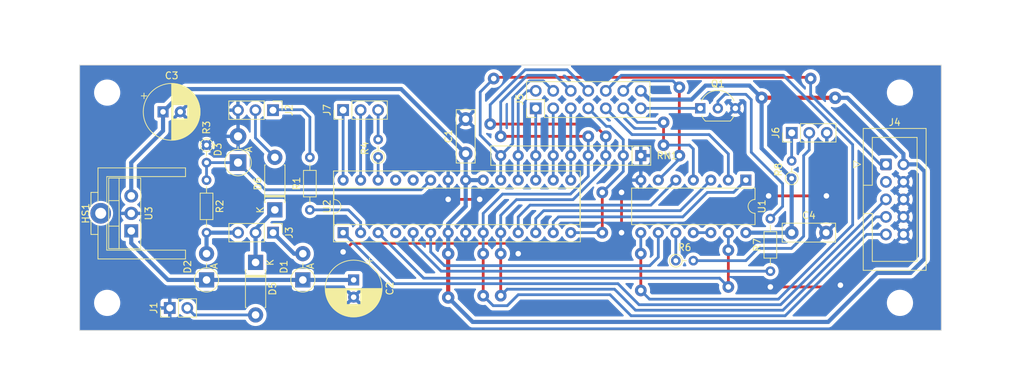
<source format=kicad_pcb>
(kicad_pcb (version 20240108) (generator "pcbnew") (generator_version "8.0")
  (layers (0 "F.Cu" signal) (31 "B.Cu" signal) (34 "B.Paste" user) (35 "F.Paste" user) (36 "B.SilkS" user "B.Silkscreen") (37 "F.SilkS" user "F.Silkscreen") (38 "B.Mask" user) (39 "F.Mask" user) (44 "Edge.Cuts" user))
  (net 0 "")
  (net 1 "RXD")
  (net 2 "MOSI")
  (net 3 "+5V")
  (net 5 "GND")
  (net 6 "Reset")
  (net 7 "SCK")
  (net 8 "MISO")
  (net 9 "LED")
  (net 10 "Net-(Q1-B)")
  (net 11 "Net-(J2-Pin_1)")
  (net 12 "Net-(R6-Pad1)")
  (net 13 "Net-(J6-Pin_2)")
  (net 14 "PWM")
  (net 15 "Net-(J6-Pin_1)")
  (net 16 "Net-(J5-Pin_7)")
  (net 17 "Net-(J5-Pin_5)")
  (net 18 "Net-(J5-Pin_3)")
  (net 19 "Net-(J5-Pin_1)")
  (net 20 "Net-(J5-Pin_2)")
  (net 21 "TXD")
  (net 22 "Net-(U2-PD4)")
  (net 23 "Net-(U2-PD5)")
  (net 24 "+12V")
  (net 25 "Net-(J5-Pin_9)")
  (net 26 "Net-(J5-Pin_10)")
  (net 27 "Net-(J5-Pin_11)")
  (net 28 "Net-(J5-Pin_12)")
  (net 29 "Net-(U1-Pad11)")
  (net 30 "Config")
  (net 31 "Net-(D5-A)")
  (net 32 "Net-(D6-A)")
  (net 34 "SCL")
  (net 35 "SDA")
  (net 36 "Net-(J7-Pin_3)")
  (net 37 "Interrupt")
  (net 38 "Net-(U2-PD6)")
  (net 39 "Net-(U2-PD7)")
  (net 43 "/PWR_IN")
  (net 44 "/PWR_ON")
  (net 45 "/PWR_CFG")
  (footprint "Connector_PinHeader_2.54mm:PinHeader_1x03_P2.54mm_Vertical" (layer "F.Cu") (at 98.044 99.314 -90)
    (property "Reference" "J3" (at 0 -2.33 90) (layer "F.SilkS"))
    (property "Value" "Switch")
    (pad "1" thru_hole rect (at 0 0 270) (size 1.7 1.7) (drill 1) (layers "*.Cu" "*.Mask") (net 44 "/PWR_ON"))
    (pad "2" thru_hole oval (at 0 2.54 270) (size 1.7 1.7) (drill 1) (layers "*.Cu" "*.Mask") (net 24 "+12V"))
    (pad "3" thru_hole oval (at 0 5.08 270) (size 1.7 1.7) (drill 1) (layers "*.Cu" "*.Mask") (net 45 "/PWR_CFG"))
  )
  (footprint "Connector_PinHeader_2.54mm:PinHeader_2x07_P2.54mm_Vertical" (layer "F.Cu") (at 136.144 81.28 90)
    (property "Reference" "J5" (at 1.27 -2.33 -90) (layer "F.SilkS"))
    (property "Value" "Pedal")
    (pad "1" thru_hole rect (at 0 0 90) (size 1.7 1.7) (drill 1) (layers "*.Cu" "*.Mask") (net 19 "Net-(J5-Pin_1)"))
    (pad "2" thru_hole oval (at 2.54 0 90) (size 1.7 1.7) (drill 1) (layers "*.Cu" "*.Mask") (net 20 "Net-(J5-Pin_2)"))
    (pad "3" thru_hole oval (at 0 2.54 90) (size 1.7 1.7) (drill 1) (layers "*.Cu" "*.Mask") (net 18 "Net-(J5-Pin_3)"))
    (pad "4" thru_hole oval (at 2.54 2.54 90) (size 1.7 1.7) (drill 1) (layers "*.Cu" "*.Mask") (net 2 "MOSI"))
    (pad "5" thru_hole oval (at 0 5.08 90) (size 1.7 1.7) (drill 1) (layers "*.Cu" "*.Mask") (net 17 "Net-(J5-Pin_5)"))
    (pad "6" thru_hole oval (at 2.54 5.08 90) (size 1.7 1.7) (drill 1) (layers "*.Cu" "*.Mask") (net 8 "MISO"))
    (pad "7" thru_hole oval (at 0 7.62 90) (size 1.7 1.7) (drill 1) (layers "*.Cu" "*.Mask") (net 16 "Net-(J5-Pin_7)"))
    (pad "8" thru_hole oval (at 2.54 7.62 90) (size 1.7 1.7) (drill 1) (layers "*.Cu" "*.Mask") (net 7 "SCK"))
    (pad "9" thru_hole oval (at 0 10.16 90) (size 1.7 1.7) (drill 1) (layers "*.Cu" "*.Mask") (net 25 "Net-(J5-Pin_9)"))
    (pad "10" thru_hole oval (at 2.54 10.16 90) (size 1.7 1.7) (drill 1) (layers "*.Cu" "*.Mask") (net 26 "Net-(J5-Pin_10)"))
    (pad "11" thru_hole oval (at 0 12.7 90) (size 1.7 1.7) (drill 1) (layers "*.Cu" "*.Mask") (net 27 "Net-(J5-Pin_11)"))
    (pad "12" thru_hole oval (at 2.54 12.7 90) (size 1.7 1.7) (drill 1) (layers "*.Cu" "*.Mask") (net 28 "Net-(J5-Pin_12)"))
    (pad "13" thru_hole oval (at 0 15.24 90) (size 1.7 1.7) (drill 1) (layers "*.Cu" "*.Mask") (net 9 "LED"))
    (pad "14" thru_hole oval (at 2.54 15.24 90) (size 1.7 1.7) (drill 1) (layers "*.Cu" "*.Mask") (net 3 "+5V"))
  )
  (footprint "Resistor_THT:R_Axial_DIN0204_L3.6mm_D1.6mm_P7.62mm_Horizontal" (layer "F.Cu") (at 103.378 96.012 90)
    (property "Reference" "R1" (at 3.81 -1.92 -90) (layer "F.SilkS"))
    (property "Value" "220")
    (pad "1" thru_hole circle (at 0 0 90) (size 1.4 1.4) (drill 0.7) (layers "*.Cu" "*.Mask") (net 1 "RXD"))
    (pad "2" thru_hole oval (at 7.62 0 90) (size 1.4 1.4) (drill 0.7) (layers "*.Cu" "*.Mask") (net 11 "Net-(J2-Pin_1)"))
  )
  (footprint "Custom_Heatsinks:Heatsink_Aavid_TO-220_H12.7mm" (layer "F.Cu") (at 73.914 96.52 90)
    (property "Reference" "HS1" (at 0 -3.048 -90) (layer "F.SilkS"))
    (property "Value" "Heatsink_Pad")
    (pad "1" thru_hole circle (at 0.0127 -0.8763 90) (size 3 3) (drill 1.6) (layers "*.Cu" "*.Mask") (clearance 0.3))
  )
  (footprint "Package_DIP:DIP-28_W7.62mm_Socket" (layer "F.Cu") (at 108.204 99.314 90)
    (property "Reference" "U2" (at 3.81 -2.33 90) (layer "F.SilkS"))
    (property "Value" "ATmega48-20P")
    (pad "1" thru_hole rect (at 0 0 90) (size 1.6 1.6) (drill 0.8) (layers "*.Cu" "*.Mask") (net 6 "Reset"))
    (pad "2" thru_hole oval (at 0 2.54 90) (size 1.6 1.6) (drill 0.8) (layers "*.Cu" "*.Mask") (net 1 "RXD"))
    (pad "3" thru_hole oval (at 0 5.08 90) (size 1.6 1.6) (drill 0.8) (layers "*.Cu" "*.Mask") (net 21 "TXD"))
    (pad "4" thru_hole oval (at 0 7.62 90) (size 1.6 1.6) (drill 0.8) (layers "*.Cu" "*.Mask"))
    (pad "5" thru_hole oval (at 0 10.16 90) (size 1.6 1.6) (drill 0.8) (layers "*.Cu" "*.Mask") (net 14 "PWM"))
    (pad "6" thru_hole oval (at 0 12.7 90) (size 1.6 1.6) (drill 0.8) (layers "*.Cu" "*.Mask") (net 22 "Net-(U2-PD4)"))
    (pad "7" thru_hole oval (at 0 15.24 90) (size 1.6 1.6) (drill 0.8) (layers "*.Cu" "*.Mask") (net 3 "+5V"))
    (pad "8" thru_hole oval (at 0 17.78 90) (size 1.6 1.6) (drill 0.8) (layers "*.Cu" "*.Mask") (net 5 "GND"))
    (pad "9" thru_hole oval (at 0 20.32 90) (size 1.6 1.6) (drill 0.8) (layers "*.Cu" "*.Mask") (net 8 "MISO"))
    (pad "10" thru_hole oval (at 0 22.86 90) (size 1.6 1.6) (drill 0.8) (layers "*.Cu" "*.Mask") (net 7 "SCK"))
    (pad "11" thru_hole oval (at 0 25.4 90) (size 1.6 1.6) (drill 0.8) (layers "*.Cu" "*.Mask") (net 23 "Net-(U2-PD5)"))
    (pad "12" thru_hole oval (at 0 27.94 90) (size 1.6 1.6) (drill 0.8) (layers "*.Cu" "*.Mask") (net 38 "Net-(U2-PD6)"))
    (pad "13" thru_hole oval (at 0 30.48 90) (size 1.6 1.6) (drill 0.8) (layers "*.Cu" "*.Mask") (net 39 "Net-(U2-PD7)"))
    (pad "14" thru_hole oval (at 0 33.02 90) (size 1.6 1.6) (drill 0.8) (layers "*.Cu" "*.Mask") (net 16 "Net-(J5-Pin_7)"))
    (pad "15" thru_hole oval (at 7.62 33.02 90) (size 1.6 1.6) (drill 0.8) (layers "*.Cu" "*.Mask") (net 17 "Net-(J5-Pin_5)"))
    (pad "16" thru_hole oval (at 7.62 30.48 90) (size 1.6 1.6) (drill 0.8) (layers "*.Cu" "*.Mask") (net 18 "Net-(J5-Pin_3)"))
    (pad "17" thru_hole oval (at 7.62 27.94 90) (size 1.6 1.6) (drill 0.8) (layers "*.Cu" "*.Mask") (net 19 "Net-(J5-Pin_1)"))
    (pad "18" thru_hole oval (at 7.62 25.4 90) (size 1.6 1.6) (drill 0.8) (layers "*.Cu" "*.Mask") (net 20 "Net-(J5-Pin_2)"))
    (pad "19" thru_hole oval (at 7.62 22.86 90) (size 1.6 1.6) (drill 0.8) (layers "*.Cu" "*.Mask") (net 2 "MOSI"))
    (pad "20" thru_hole oval (at 7.62 20.32 90) (size 1.6 1.6) (drill 0.8) (layers "*.Cu" "*.Mask") (net 3 "+5V"))
    (pad "21" thru_hole oval (at 7.62 17.78 90) (size 1.6 1.6) (drill 0.8) (layers "*.Cu" "*.Mask") (net 3 "+5V"))
    (pad "22" thru_hole oval (at 7.62 15.24 90) (size 1.6 1.6) (drill 0.8) (layers "*.Cu" "*.Mask") (net 5 "GND"))
    (pad "23" thru_hole oval (at 7.62 12.7 90) (size 1.6 1.6) (drill 0.8) (layers "*.Cu" "*.Mask") (net 30 "Config"))
    (pad "24" thru_hole oval (at 7.62 10.16 90) (size 1.6 1.6) (drill 0.8) (layers "*.Cu" "*.Mask"))
    (pad "25" thru_hole oval (at 7.62 7.62 90) (size 1.6 1.6) (drill 0.8) (layers "*.Cu" "*.Mask"))
    (pad "26" thru_hole oval (at 7.62 5.08 90) (size 1.6 1.6) (drill 0.8) (layers "*.Cu" "*.Mask") (net 37 "Interrupt"))
    (pad "27" thru_hole oval (at 7.62 2.54 90) (size 1.6 1.6) (drill 0.8) (layers "*.Cu" "*.Mask") (net 35 "SDA"))
    (pad "28" thru_hole oval (at 7.62 0 90) (size 1.6 1.6) (drill 0.8) (layers "*.Cu" "*.Mask") (net 34 "SCL"))
  )
  (footprint "Resistor_THT:R_Axial_DIN0204_L3.6mm_D1.6mm_P2.54mm_Vertical" (layer "F.Cu") (at 173.268 91.44 90)
    (property "Reference" "R8" (at 1.27 -1.92 -90) (layer "F.SilkS"))
    (property "Value" "220")
    (pad "1" thru_hole circle (at 0 0 90) (size 1.4 1.4) (drill 0.7) (layers "*.Cu" "*.Mask") (net 3 "+5V"))
    (pad "2" thru_hole oval (at 2.54 0 90) (size 1.4 1.4) (drill 0.7) (layers "*.Cu" "*.Mask") (net 15 "Net-(J6-Pin_1)"))
  )
  (footprint "Diode_THT:D_DO-41_SOD81_P7.62mm_Horizontal" (layer "F.Cu") (at 98.298 96.012 90)
    (property "Reference" "D6" (at 3.81 -2.47 90) (layer "F.SilkS"))
    (property "Value" "1N4002")
    (fp_text user "K" (at 0 -2.1 90) (layer "F.SilkS"))
    (pad "1" thru_hole rect (at 0 0 90) (size 2.2 2.2) (drill 1.1) (layers "*.Cu" "*.Mask") (net 24 "+12V"))
    (pad "2" thru_hole oval (at 7.62 0 90) (size 2.2 2.2) (drill 1.1) (layers "*.Cu" "*.Mask") (net 32 "Net-(D6-A)"))
  )
  (footprint "Connector_PinHeader_2.54mm:PinHeader_1x03_P2.54mm_Vertical" (layer "F.Cu") (at 98.029 81.549 -90)
    (property "Reference" "J2" (at 0 -2.33 90) (layer "F.SilkS"))
    (property "Value" "Control")
    (pad "1" thru_hole rect (at 0 0 270) (size 1.7 1.7) (drill 1) (layers "*.Cu" "*.Mask") (net 11 "Net-(J2-Pin_1)"))
    (pad "2" thru_hole oval (at 0 2.54 270) (size 1.7 1.7) (drill 1) (layers "*.Cu" "*.Mask") (net 32 "Net-(D6-A)"))
    (pad "3" thru_hole oval (at 0 5.08 270) (size 1.7 1.7) (drill 1) (layers "*.Cu" "*.Mask") (net 5 "GND"))
  )
  (footprint "Package_TO_SOT_THT:TO-220-3_Vertical" (layer "F.Cu") (at 77.47 99.06 90)
    (property "Reference" "U3" (at 2.54 2.54 -90) (layer "F.SilkS"))
    (property "Value" "L7805")
    (pad "1" thru_hole rect (at 0 0 90) (size 1.905 2) (drill 1.1) (layers "*.Cu" "*.Mask") (net 43 "/PWR_IN"))
    (pad "2" thru_hole oval (at 2.54 0 90) (size 1.905 2) (drill 1.1) (layers "*.Cu" "*.Mask") (net 5 "GND"))
    (pad "3" thru_hole oval (at 5.08 0 90) (size 1.905 2) (drill 1.1) (layers "*.Cu" "*.Mask") (net 3 "+5V"))
  )
  (footprint "Diode_THT:D_DO-41_SOD81_P7.62mm_Horizontal" (layer "F.Cu") (at 95.504 103.632 -90)
    (property "Reference" "D5" (at 3.81 -2.47 -90) (layer "F.SilkS"))
    (property "Value" "1N4002")
    (fp_text user "K" (at 0 -2.1 -90) (layer "F.SilkS"))
    (pad "1" thru_hole rect (at 0 0 270) (size 2.2 2.2) (drill 1.1) (layers "*.Cu" "*.Mask") (net 24 "+12V"))
    (pad "2" thru_hole oval (at 7.62 0 270) (size 2.2 2.2) (drill 1.1) (layers "*.Cu" "*.Mask") (net 31 "Net-(D5-A)"))
  )
  (footprint "Package_TO_SOT_THT:TO-92_Inline_Wide" (layer "F.Cu") (at 160.02 81.28)
    (property "Reference" "Q1" (at 2.54 -3.56 0) (layer "F.SilkS"))
    (property "Value" "BC547")
    (pad "1" thru_hole rect (at 0 0) (size 1.5 1.5) (drill 0.8) (layers "*.Cu" "*.Mask") (net 9 "LED"))
    (pad "2" thru_hole circle (at 2.54 0) (size 1.5 1.5) (drill 0.8) (layers "*.Cu" "*.Mask") (net 10 "Net-(Q1-B)"))
    (pad "3" thru_hole circle (at 5.08 0) (size 1.5 1.5) (drill 0.8) (layers "*.Cu" "*.Mask") (net 5 "GND"))
  )
  (footprint "Capacitor_THT:CP_Radial_D8.0mm_P2.50mm" (layer "F.Cu") (at 82.082 81.788)
    (property "Reference" "C3" (at 1.25 -5.25 0) (layer "F.SilkS"))
    (property "Value" "10uF")
    (pad "1" thru_hole rect (at 0 0) (size 1.6 1.6) (drill 0.8) (layers "*.Cu" "*.Mask") (net 3 "+5V"))
    (pad "2" thru_hole circle (at 2.5 0) (size 1.6 1.6) (drill 0.8) (layers "*.Cu" "*.Mask") (net 5 "GND"))
  )
  (footprint "Connector_PinHeader_2.54mm:PinHeader_1x02_P2.54mm_Vertical" (layer "F.Cu") (at 83.058 110.236 90)
    (property "Reference" "J1" (at 0 -2.33 90) (layer "F.SilkS"))
    (property "Value" "Pwr")
    (pad "1" thru_hole rect (at 0 0 90) (size 1.7 1.7) (drill 1) (layers "*.Cu" "*.Mask") (net 5 "GND"))
    (pad "2" thru_hole oval (at 0 2.54 90) (size 1.7 1.7) (drill 1) (layers "*.Cu" "*.Mask") (net 31 "Net-(D5-A)"))
  )
  (footprint "MountingHole:MountingHole_3mm" (layer "F.Cu") (at 73.977 79)
    (property "Reference" "H1" (hide yes))
    (property "Value" "MountingHole")
    (pad "" np_thru_hole circle (at 0 0) (size 3 3) (drill 3) (layers "*.Cu" "*.Mask"))
  )
  (footprint "Capacitor_THT:CP_Radial_D8.0mm_P2.50mm" (layer "F.Cu") (at 109.728 106.172 -90)
    (property "Reference" "C2" (at 1.25 -5.25 -90) (layer "F.SilkS"))
    (property "Value" "33uF")
    (pad "1" thru_hole rect (at 0 0 270) (size 1.6 1.6) (drill 0.8) (layers "*.Cu" "*.Mask") (net 43 "/PWR_IN"))
    (pad "2" thru_hole circle (at 2.5 0 270) (size 1.6 1.6) (drill 0.8) (layers "*.Cu" "*.Mask") (net 5 "GND"))
  )
  (footprint "Diode_THT:D_DO-15_P3.81mm_Vertical_AnodeUp" (layer "F.Cu") (at 92.964 89.154 90)
    (property "Reference" "D3" (at 1.905 -2.92 90) (layer "F.SilkS"))
    (property "Value" "4V7")
    (fp_text user "A" (at 1.91 1.524 90) (layer "F.SilkS"))
    (pad "1" thru_hole rect (at 0 0 90) (size 2.4 2.4) (drill 1.2) (layers "*.Cu" "*.Mask") (net 30 "Config"))
    (pad "2" thru_hole oval (at 3.81 0 90) (size 2.4 2.4) (drill 1.2) (layers "*.Cu" "*.Mask") (net 5 "GND"))
  )
  (footprint "Resistor_THT:R_Axial_DIN0204_L3.6mm_D1.6mm_P7.62mm_Horizontal" (layer "F.Cu") (at 170.18 104.902 90)
    (property "Reference" "R7" (at 3.81 -1.92 -90) (layer "F.SilkS"))
    (property "Value" "220")
    (pad "1" thru_hole circle (at 0 0 90) (size 1.4 1.4) (drill 0.7) (layers "*.Cu" "*.Mask") (net 14 "PWM"))
    (pad "2" thru_hole oval (at 7.62 0 90) (size 1.4 1.4) (drill 0.7) (layers "*.Cu" "*.Mask") (net 10 "Net-(Q1-B)"))
  )
  (footprint "Package_DIP:DIP-14_W7.62mm" (layer "F.Cu") (at 166.624 91.694 -90)
    (property "Reference" "U1" (at 3.81 -2.33 90) (layer "F.SilkS"))
    (property "Value" "4069")
    (pad "1" thru_hole rect (at 0 0 270) (size 1.6 1.6) (drill 0.8) (layers "*.Cu" "*.Mask") (net 39 "Net-(U2-PD7)"))
    (pad "2" thru_hole oval (at 0 2.54 270) (size 1.6 1.6) (drill 0.8) (layers "*.Cu" "*.Mask") (net 25 "Net-(J5-Pin_9)"))
    (pad "3" thru_hole oval (at 0 5.08 270) (size 1.6 1.6) (drill 0.8) (layers "*.Cu" "*.Mask") (net 38 "Net-(U2-PD6)"))
    (pad "4" thru_hole oval (at 0 7.62 270) (size 1.6 1.6) (drill 0.8) (layers "*.Cu" "*.Mask") (net 27 "Net-(J5-Pin_11)"))
    (pad "5" thru_hole oval (at 0 10.16 270) (size 1.6 1.6) (drill 0.8) (layers "*.Cu" "*.Mask") (net 23 "Net-(U2-PD5)"))
    (pad "6" thru_hole oval (at 0 12.7 270) (size 1.6 1.6) (drill 0.8) (layers "*.Cu" "*.Mask") (net 28 "Net-(J5-Pin_12)"))
    (pad "7" thru_hole oval (at 0 15.24 270) (size 1.6 1.6) (drill 0.8) (layers "*.Cu" "*.Mask") (net 5 "GND"))
    (pad "8" thru_hole oval (at 7.62 15.24 270) (size 1.6 1.6) (drill 0.8) (layers "*.Cu" "*.Mask") (net 26 "Net-(J5-Pin_10)"))
    (pad "9" thru_hole oval (at 7.62 12.7 270) (size 1.6 1.6) (drill 0.8) (layers "*.Cu" "*.Mask") (net 22 "Net-(U2-PD4)"))
    (pad "10" thru_hole oval (at 7.62 10.16 270) (size 1.6 1.6) (drill 0.8) (layers "*.Cu" "*.Mask") (net 12 "Net-(R6-Pad1)"))
    (pad "11" thru_hole oval (at 7.62 7.62 270) (size 1.6 1.6) (drill 0.8) (layers "*.Cu" "*.Mask") (net 29 "Net-(U1-Pad11)"))
    (pad "12" thru_hole oval (at 7.62 5.08 270) (size 1.6 1.6) (drill 0.8) (layers "*.Cu" "*.Mask") (net 29 "Net-(U1-Pad11)"))
    (pad "13" thru_hole oval (at 7.62 2.54 270) (size 1.6 1.6) (drill 0.8) (layers "*.Cu" "*.Mask") (net 21 "TXD"))
    (pad "14" thru_hole oval (at 7.62 0 270) (size 1.6 1.6) (drill 0.8) (layers "*.Cu" "*.Mask") (net 3 "+5V"))
  )
  (footprint "Resistor_THT:R_Axial_DIN0204_L3.6mm_D1.6mm_P2.54mm_Vertical" (layer "F.Cu") (at 156.464 103.378)
    (property "Reference" "R6" (at 1.27 -1.92 0) (layer "F.SilkS"))
    (property "Value" "220")
    (pad "1" thru_hole circle (at 0 0) (size 1.4 1.4) (drill 0.7) (layers "*.Cu" "*.Mask") (net 12 "Net-(R6-Pad1)"))
    (pad "2" thru_hole oval (at 2.54 0) (size 1.4 1.4) (drill 0.7) (layers "*.Cu" "*.Mask") (net 13 "Net-(J6-Pin_2)"))
  )
  (footprint "MountingHole:MountingHole_3mm" (layer "F.Cu") (at 73.977 109.5)
    (property "Reference" "H2" (hide yes))
    (property "Value" "MountingHole")
    (pad "" np_thru_hole circle (at 0 0) (size 3 3) (drill 3) (layers "*.Cu" "*.Mask"))
  )
  (footprint "MountingHole:MountingHole_3mm" (layer "F.Cu") (at 188.977 109.5)
    (property "Reference" "H4" (hide yes))
    (property "Value" "MountingHole")
    (pad "" np_thru_hole circle (at 0 0) (size 3 3) (drill 3) (layers "*.Cu" "*.Mask"))
  )
  (footprint "Resistor_THT:R_Axial_DIN0204_L3.6mm_D1.6mm_P2.54mm_Vertical" (layer "F.Cu") (at 113.284 88.342 90)
    (property "Reference" "R4" (at 1.27 -1.92 -90) (layer "F.SilkS"))
    (property "Value" "220")
    (pad "1" thru_hole circle (at 0 0 90) (size 1.4 1.4) (drill 0.7) (layers "*.Cu" "*.Mask") (net 37 "Interrupt"))
    (pad "2" thru_hole oval (at 2.54 0 90) (size 1.4 1.4) (drill 0.7) (layers "*.Cu" "*.Mask") (net 36 "Net-(J7-Pin_3)"))
  )
  (footprint "MountingHole:MountingHole_3mm" (layer "F.Cu") (at 188.977 79)
    (property "Reference" "H3" (hide yes))
    (property "Value" "MountingHole")
    (pad "" np_thru_hole circle (at 0 0) (size 3 3) (drill 3) (layers "*.Cu" "*.Mask"))
  )
  (footprint "Connector_PinHeader_2.54mm:PinHeader_1x03_P2.54mm_Vertical" (layer "F.Cu") (at 108.204 81.534 90)
    (property "Reference" "J7" (at 0 -2.33 -90) (layer "F.SilkS"))
    (property "Value" "I2C")
    (pad "1" thru_hole rect (at 0 0 90) (size 1.7 1.7) (drill 1) (layers "*.Cu" "*.Mask") (net 34 "SCL"))
    (pad "2" thru_hole oval (at 0 2.54 90) (size 1.7 1.7) (drill 1) (layers "*.Cu" "*.Mask") (net 35 "SDA"))
    (pad "3" thru_hole oval (at 0 5.08 90) (size 1.7 1.7) (drill 1) (layers "*.Cu" "*.Mask") (net 36 "Net-(J7-Pin_3)"))
  )
  (footprint "Capacitor_THT:C_Disc_D7.5mm_W2.5mm_P5.00mm" (layer "F.Cu") (at 125.984 87.844 90)
    (property "Reference" "C1" (at 2.5 -2.5 -90) (layer "F.SilkS"))
    (property "Value" "100nF")
    (pad "1" thru_hole circle (at 0 0 90) (size 2 2) (drill 1) (layers "*.Cu" "*.Mask") (net 3 "+5V"))
    (pad "2" thru_hole circle (at 5 0 90) (size 2 2) (drill 1) (layers "*.Cu" "*.Mask") (net 5 "GND"))
  )
  (footprint "Capacitor_THT:C_Disc_D7.5mm_W2.5mm_P5.00mm" (layer "F.Cu") (at 173.268 99.314)
    (property "Reference" "C4" (at 2.5 -2.5 0) (layer "F.SilkS"))
    (property "Value" "100nF")
    (pad "1" thru_hole circle (at 0 0) (size 2 2) (drill 1) (layers "*.Cu" "*.Mask") (net 3 "+5V"))
    (pad "2" thru_hole circle (at 5 0) (size 2 2) (drill 1) (layers "*.Cu" "*.Mask") (net 5 "GND"))
  )
  (footprint "Resistor_THT:R_Axial_DIN0204_L3.6mm_D1.6mm_P2.54mm_Vertical" (layer "F.Cu") (at 88.392 86.614 -90)
    (property "Reference" "R3" (at -2.54 0 90) (layer "F.SilkS"))
    (property "Value" "2k2")
    (pad "1" thru_hole circle (at 0 0 270) (size 1.4 1.4) (drill 0.7) (layers "*.Cu" "*.Mask") (net 5 "GND"))
    (pad "2" thru_hole oval (at 2.54 0 270) (size 1.4 1.4) (drill 0.7) (layers "*.Cu" "*.Mask") (net 30 "Config"))
  )
  (footprint "Resistor_THT:R_Axial_DIN0204_L3.6mm_D1.6mm_P7.62mm_Horizontal" (layer "F.Cu") (at 88.392 91.694 -90)
    (property "Reference" "R2" (at 3.81 -1.92 -90) (layer "F.SilkS"))
    (property "Value" "1k")
    (pad "1" thru_hole circle (at 0 0 270) (size 1.4 1.4) (drill 0.7) (layers "*.Cu" "*.Mask") (net 30 "Config"))
    (pad "2" thru_hole oval (at 7.62 0 270) (size 1.4 1.4) (drill 0.7) (layers "*.Cu" "*.Mask") (net 45 "/PWR_CFG"))
  )
  (footprint "Resistor_THT:R_Array_SIP9" (layer "F.Cu") (at 151.384 88.138 180)
    (property "Reference" "RN1" (at -3.81 0 180) (layer "F.SilkS"))
    (property "Value" "4k7")
    (pad "1" thru_hole rect (at 0 0 180) (size 1.6 1.6) (drill 0.8) (layers "*.Cu" "*.Mask") (net 5 "GND"))
    (pad "2" thru_hole oval (at 2.54 0 180) (size 1.6 1.6) (drill 0.8) (layers "*.Cu" "*.Mask") (net 16 "Net-(J5-Pin_7)"))
    (pad "3" thru_hole oval (at 5.08 0 180) (size 1.6 1.6) (drill 0.8) (layers "*.Cu" "*.Mask") (net 7 "SCK"))
    (pad "4" thru_hole oval (at 7.62 0 180) (size 1.6 1.6) (drill 0.8) (layers "*.Cu" "*.Mask") (net 8 "MISO"))
    (pad "5" thru_hole oval (at 10.16 0 180) (size 1.6 1.6) (drill 0.8) (layers "*.Cu" "*.Mask") (net 17 "Net-(J5-Pin_5)"))
    (pad "6" thru_hole oval (at 12.7 0 180) (size 1.6 1.6) (drill 0.8) (layers "*.Cu" "*.Mask") (net 18 "Net-(J5-Pin_3)"))
    (pad "7" thru_hole oval (at 15.24 0 180) (size 1.6 1.6) (drill 0.8) (layers "*.Cu" "*.Mask") (net 19 "Net-(J5-Pin_1)"))
    (pad "8" thru_hole oval (at 17.78 0 180) (size 1.6 1.6) (drill 0.8) (layers "*.Cu" "*.Mask") (net 20 "Net-(J5-Pin_2)"))
    (pad "9" thru_hole oval (at 20.32 0 180) (size 1.6 1.6) (drill 0.8) (layers "*.Cu" "*.Mask") (net 2 "MOSI"))
  )
  (footprint "Diode_THT:D_DO-41_SOD81_P3.81mm_Vertical_AnodeUp" (layer "F.Cu") (at 88.392 106.172 90)
    (property "Reference" "D2" (at 1.905 -2.750635 90) (layer "F.SilkS"))
    (property "Value" "1N4002")
    (fp_text user "A" (at 2.01 1.1 90) (layer "F.SilkS"))
    (pad "1" thru_hole rect (at 0 0 90) (size 2.2 2.2) (drill 1.1) (layers "*.Cu" "*.Mask") (net 43 "/PWR_IN"))
    (pad "2" thru_hole oval (at 3.81 0 90) (size 2.2 2.2) (drill 1.1) (layers "*.Cu" "*.Mask") (net 45 "/PWR_CFG"))
  )
  (footprint "Diode_THT:D_DO-41_SOD81_P3.81mm_Vertical_AnodeUp" (layer "F.Cu") (at 102.362 106.172 90)
    (property "Reference" "D1" (at 1.905 -2.750635 90) (layer "F.SilkS"))
    (property "Value" "1N4002")
    (fp_text user "A" (at 2.01 1.1 90) (layer "F.SilkS"))
    (pad "1" thru_hole rect (at 0 0 90) (size 2.2 2.2) (drill 1.1) (layers "*.Cu" "*.Mask") (net 43 "/PWR_IN"))
    (pad "2" thru_hole oval (at 3.81 0 90) (size 2.2 2.2) (drill 1.1) (layers "*.Cu" "*.Mask") (net 44 "/PWR_ON"))
  )
  (footprint "Connector_IDC:IDC-Header_2x05_P2.54mm_Vertical" (layer "F.Cu") (at 186.944 89.408)
    (property "Reference" "J4" (at 1.27 -6.1 0) (layer "F.SilkS"))
    (property "Value" "ISP")
    (pad "1" thru_hole roundrect (at 0 0) (size 1.7 1.7) (drill 1) (layers "*.Cu" "*.Mask") (roundrect_rratio 0.147059) (net 2 "MOSI"))
    (pad "2" thru_hole circle (at 2.54 0) (size 1.7 1.7) (drill 1) (layers "*.Cu" "*.Mask") (net 3 "+5V"))
    (pad "3" thru_hole circle (at 0 2.54) (size 1.7 1.7) (drill 1) (layers "*.Cu" "*.Mask"))
    (pad "4" thru_hole circle (at 2.54 2.54) (size 1.7 1.7) (drill 1) (layers "*.Cu" "*.Mask") (net 5 "GND"))
    (pad "5" thru_hole circle (at 0 5.08) (size 1.7 1.7) (drill 1) (layers "*.Cu" "*.Mask") (net 6 "Reset"))
    (pad "6" thru_hole circle (at 2.54 5.08) (size 1.7 1.7) (drill 1) (layers "*.Cu" "*.Mask") (net 5 "GND"))
    (pad "7" thru_hole circle (at 0 7.62) (size 1.7 1.7) (drill 1) (layers "*.Cu" "*.Mask") (net 7 "SCK"))
    (pad "8" thru_hole circle (at 2.54 7.62) (size 1.7 1.7) (drill 1) (layers "*.Cu" "*.Mask") (net 5 "GND"))
    (pad "9" thru_hole circle (at 0 10.16) (size 1.7 1.7) (drill 1) (layers "*.Cu" "*.Mask") (net 8 "MISO"))
    (pad "10" thru_hole circle (at 2.54 10.16) (size 1.7 1.7) (drill 1) (layers "*.Cu" "*.Mask") (net 5 "GND"))
  )
  (footprint "Connector_PinHeader_2.54mm:PinHeader_1x03_P2.54mm_Vertical" (layer "F.Cu") (at 173.283 84.836 90)
    (property "Reference" "J6" (at 0 -2.33 -90) (layer "F.SilkS"))
    (property "Value" "MIDI Out")
    (pad "1" thru_hole rect (at 0 0 90) (size 1.7 1.7) (drill 1) (layers "*.Cu" "*.Mask") (net 15 "Net-(J6-Pin_1)"))
    (pad "2" thru_hole oval (at 0 2.54 90) (size 1.7 1.7) (drill 1) (layers "*.Cu" "*.Mask") (net 13 "Net-(J6-Pin_2)"))
    (pad "3" thru_hole oval (at 0 5.08 90) (size 1.7 1.7) (drill 1) (layers "*.Cu" "*.Mask") (net 5 "GND"))
  )
  (gr_rect (start 69.977 75) (end 194.977 113.5) (stroke (width 0.1)) (fill none) (layer "Edge.Cuts"))
  (segment (start 110.744 97.79) (end 110.744 99.314) (width 0.4) (layer "B.Cu") (net 1))
  (segment (start 103.378 96.012) (end 108.966 96.012) (width 0.4) (layer "B.Cu") (net 1))
  (segment (start 108.966 96.012) (end 110.744 97.79) (width 0.4) (layer "B.Cu") (net 1))
  (segment (start 130.048 76.962) (end 130.228 76.782) (width 0.4) (layer "F.Cu") (net 2))
  (segment (start 130.228 76.782) (end 175.842 76.782) (width 0.4) (layer "F.Cu") (net 2))
  (segment (start 175.842 76.782) (end 176.022 76.962) (width 0.4) (layer "F.Cu") (net 2))
  (via (at 176.022 76.962) (size 1.7) (drill 0.8) (layers "F.Cu" "B.Cu") (net 2))
  (via (at 130.048 76.962) (size 1.7) (drill 0.8) (layers "F.Cu" "B.Cu") (net 2))
  (segment (start 128.09 78.92) (end 130.048 76.962) (width 0.4) (layer "B.Cu") (net 2))
  (segment (start 131.064 88.138) (end 132.804 86.398) (width 0.4) (layer "B.Cu") (net 2))
  (segment (start 132.804 86.398) (end 132.804 79.746549) (width 0.4) (layer "B.Cu") (net 2))
  (segment (start 176.022 79.31302) (end 186.11698 89.408) (width 0.4) (layer "B.Cu") (net 2))
  (segment (start 137.234 77.29) (end 138.684 78.74) (width 0.4) (layer "B.Cu") (net 2))
  (segment (start 186.11698 89.408) (end 186.944 89.408) (width 0.4) (layer "B.Cu") (net 2))
  (segment (start 135.260549 77.29) (end 137.234 77.29) (width 0.4) (layer "B.Cu") (net 2))
  (segment (start 131.064 91.694) (end 131.064 88.138) (width 0.4) (layer "B.Cu") (net 2))
  (segment (start 132.804 79.746549) (end 135.260549 77.29) (width 0.4) (layer "B.Cu") (net 2))
  (segment (start 128.09 85.164) (end 128.09 78.92) (width 0.4) (layer "B.Cu") (net 2))
  (segment (start 131.064 88.138) (end 128.09 85.164) (width 0.4) (layer "B.Cu") (net 2))
  (segment (start 176.022 76.962) (end 176.022 79.31302) (width 0.4) (layer "B.Cu") (net 2))
  (segment (start 123.444 102.362) (end 123.444 108.712) (width 0.6) (layer "F.Cu") (net 3))
  (segment (start 179.578 79.756) (end 168.922151 79.743849) (width 0.6) (layer "F.Cu") (net 3))
  (segment (start 168.922151 79.743849) (end 168.91 79.756) (width 0.6) (layer "F.Cu") (net 3))
  (via (at 123.444 108.712) (size 1.8) (drill 0.8) (layers "F.Cu" "B.Cu") (net 3))
  (via (at 168.91 79.756) (size 1.8) (drill 0.8) (layers "F.Cu" "B.Cu") (net 3))
  (via (at 123.444 102.362) (size 1.8) (drill 0.8) (layers "F.Cu" "B.Cu") (net 3))
  (via (at 179.578 79.756) (size 1.8) (drill 0.8) (layers "F.Cu" "B.Cu") (net 3))
  (segment (start 185.674 105.156) (end 178.564 112.266) (width 0.6) (layer "B.Cu") (net 3))
  (segment (start 166.624 99.314) (end 173.268 99.314) (width 0.6) (layer "B.Cu") (net 3))
  (segment (start 82.082 81.788) (end 85.384 78.486) (width 0.6) (layer "B.Cu") (net 3))
  (segment (start 123.444 108.712) (end 126.998 112.266) (width 0.6) (layer "B.Cu") (net 3))
  (segment (start 192.532 90.424) (end 192.532 103.124) (width 0.6) (layer "B.Cu") (net 3))
  (segment (start 168.91 79.756) (end 167.132 77.978) (width 0.6) (layer "B.Cu") (net 3))
  (segment (start 191.516 89.408) (end 192.532 90.424) (width 0.6) (layer "B.Cu") (net 3))
  (segment (start 181.356 79.756) (end 189.484 87.884) (width 0.6) (layer "B.Cu") (net 3))
  (segment (start 178.564 112.266) (end 178.308 112.266) (width 0.6) (layer "B.Cu") (net 3))
  (segment (start 82.082 84.542) (end 82.082 81.788) (width 0.6) (layer "B.Cu") (net 3))
  (segment (start 173.268 91.44) (end 168.91 87.082) (width 0.6) (layer "B.Cu") (net 3))
  (segment (start 158.75 80.01) (end 152.654 80.01) (width 0.6) (layer "B.Cu") (net 3))
  (segment (start 167.132 77.978) (end 160.782 77.978) (width 0.6) (layer "B.Cu") (net 3))
  (segment (start 192.532 103.124) (end 190.5 105.156) (width 0.6) (layer "B.Cu") (net 3))
  (segment (start 116.626 78.486) (end 125.984 87.844) (width 0.6) (layer "B.Cu") (net 3))
  (segment (start 125.984 95.504) (end 123.444 98.044) (width 0.6) (layer "B.Cu") (net 3))
  (segment (start 123.444 98.044) (end 123.444 99.314) (width 0.6) (layer "B.Cu") (net 3))
  (segment (start 125.984 91.694) (end 125.984 95.504) (width 0.6) (layer "B.Cu") (net 3))
  (segment (start 173.268 99.314) (end 173.268 91.44) (width 0.6) (layer "B.Cu") (net 3))
  (segment (start 160.782 77.978) (end 158.75 80.01) (width 0.6) (layer "B.Cu") (net 3))
  (segment (start 152.654 80.01) (end 151.384 78.74) (width 0.6) (layer "B.Cu") (net 3))
  (segment (start 190.5 105.156) (end 185.674 105.156) (width 0.6) (layer "B.Cu") (net 3))
  (segment (start 123.444 99.314) (end 123.444 102.362) (width 0.6) (layer "B.Cu") (net 3))
  (segment (start 189.484 87.884) (end 189.484 89.408) (width 0.6) (layer "B.Cu") (net 3))
  (segment (start 189.484 89.408) (end 191.516 89.408) (width 0.6) (layer "B.Cu") (net 3))
  (segment (start 77.47 93.98) (end 77.47 89.154) (width 0.6) (layer "B.Cu") (net 3))
  (segment (start 179.578 79.756) (end 181.356 79.756) (width 0.6) (layer "B.Cu") (net 3))
  (segment (start 128.524 91.694) (end 125.984 91.694) (width 0.6) (layer "B.Cu") (net 3))
  (segment (start 168.91 87.082) (end 168.91 79.756) (width 0.6) (layer "B.Cu") (net 3))
  (segment (start 125.984 87.844) (end 125.984 91.694) (width 0.6) (layer "B.Cu") (net 3))
  (segment (start 126.998 112.266) (end 178.308 112.266) (width 0.6) (layer "B.Cu") (net 3))
  (segment (start 85.384 78.486) (end 116.626 78.486) (width 0.6) (layer "B.Cu") (net 3))
  (segment (start 77.47 89.154) (end 82.082 84.542) (width 0.6) (layer "B.Cu") (net 3))
  (segment (start 108.204 102.108) (end 109.45 100.862) (width 0.4) (layer "F.Cu") (net 5))
  (segment (start 178.308 93.98) (end 169.926 93.98) (width 0.4) (layer "F.Cu") (net 5))
  (segment (start 123.444 94.488) (end 128.016 94.488) (width 0.4) (layer "F.Cu") (net 5))
  (segment (start 170.18 107.188) (end 180.086 107.188) (width 0.4) (layer "F.Cu") (net 5))
  (segment (start 148.59 99.314) (end 148.59 93.472) (width 0.4) (layer "F.Cu") (net 5))
  (segment (start 180.086 107.188) (end 180.34 106.934) (width 0.4) (layer "F.Cu") (net 5))
  (segment (start 132.104 100.862) (end 133.604 102.362) (width 0.4) (layer "F.Cu") (net 5))
  (segment (start 109.45 100.862) (end 132.104 100.862) (width 0.4) (layer "F.Cu") (net 5))
  (via (at 128.016 94.488) (size 1.7) (drill 0.8) (layers "F.Cu" "B.Cu") (net 5))
  (via (at 178.308 93.98) (size 1.7) (drill 0.8) (layers "F.Cu" "B.Cu") (net 5))
  (via (at 180.34 106.934) (size 1.7) (drill 0.8) (layers "F.Cu" "B.Cu") (net 5))
  (via (at 169.926 93.98) (size 1.7) (drill 0.8) (layers "F.Cu" "B.Cu") (net 5))
  (via (at 133.604 102.362) (size 1.7) (drill 0.8) (layers "F.Cu" "B.Cu") (net 5))
  (via (at 148.59 99.314) (size 1.7) (drill 0.8) (layers "F.Cu" "B.Cu") (net 5))
  (via (at 170.18 107.188) (size 1.7) (drill 0.8) (layers "F.Cu" "B.Cu") (net 5))
  (via (at 108.204 102.108) (size 1.7) (drill 0.8) (layers "F.Cu" "B.Cu") (net 5))
  (via (at 148.59 93.472) (size 1.7) (drill 0.8) (layers "F.Cu" "B.Cu") (net 5))
  (via (at 123.444 94.488) (size 1.7) (drill 0.8) (layers "F.Cu" "B.Cu") (net 5))
  (segment (start 151.13 109.766) (end 148.082 106.718) (width 0.4) (layer "B.Cu") (net 6))
  (segment (start 148.082 106.718) (end 115.608 106.718) (width 0.4) (layer "B.Cu") (net 6))
  (segment (start 115.608 106.718) (end 108.204 99.314) (width 0.4) (layer "B.Cu") (net 6))
  (segment (start 171.666 109.766) (end 151.13 109.766) (width 0.4) (layer "B.Cu") (net 6))
  (segment (start 186.944 94.488) (end 171.666 109.766) (width 0.4) (layer "B.Cu") (net 6))
  (segment (start 131.064 108.458) (end 131.064 102.362) (width 0.4) (layer "F.Cu") (net 7))
  (segment (start 144.526 83.566) (end 129.54 83.566) (width 0.4) (layer "F.Cu") (net 7))
  (segment (start 146.304 85.344) (end 144.526 83.566) (width 0.4) (layer "F.Cu") (net 7))
  (via (at 129.54 83.566) (size 1.7) (drill 0.8) (layers "F.Cu" "B.Cu") (net 7))
  (via (at 146.304 85.344) (size 1.7) (drill 0.8) (layers "F.Cu" "B.Cu") (net 7))
  (via (at 131.064 102.362) (size 1.7) (drill 0.8) (layers "F.Cu" "B.Cu") (net 7))
  (via (at 131.064 108.458) (size 1.7) (drill 0.8) (layers "F.Cu" "B.Cu") (net 7))
  (segment (start 146.304 88.646) (end 146.304 89.77737) (width 0.4) (layer "B.Cu") (net 7))
  (segment (start 134.597808 75.69) (end 140.714 75.69) (width 0.4) (layer "B.Cu") (net 7))
  (segment (start 185.53537 97.028) (end 171.99737 110.566) (width 0.4) (layer "B.Cu") (net 7))
  (segment (start 132.004 107.518) (end 131.064 108.458) (width 0.4) (layer "B.Cu") (net 7))
  (segment (start 147.574 107.518) (end 132.004 107.518) (width 0.4) (layer "B.Cu") (net 7))
  (segment (start 140.714 75.69) (end 143.764 78.74) (width 0.4) (layer "B.Cu") (net 7))
  (segment (start 129.54 83.566) (end 129.54 80.747808) (width 0.4) (layer "B.Cu") (net 7))
  (segment (start 146.304 88.138) (end 146.304 85.344) (width 0.4) (layer "B.Cu") (net 7))
  (segment (start 141.55537 94.526) (end 133.35 94.526) (width 0.4) (layer "B.Cu") (net 7))
  (segment (start 131.064 96.812) (end 131.064 99.314) (width 0.4) (layer "B.Cu") (net 7))
  (segment (start 171.99737 110.566) (end 150.622 110.566) (width 0.4) (layer "B.Cu") (net 7))
  (segment (start 133.35 94.526) (end 131.064 96.812) (width 0.4) (layer "B.Cu") (net 7))
  (segment (start 129.54 80.747808) (end 134.597808 75.69) (width 0.4) (layer "B.Cu") (net 7))
  (segment (start 150.622 110.566) (end 147.574 107.518) (width 0.4) (layer "B.Cu") (net 7))
  (segment (start 131.064 102.362) (end 131.064 99.314) (width 0.4) (layer "B.Cu") (net 7))
  (segment (start 186.944 97.028) (end 185.53537 97.028) (width 0.4) (layer "B.Cu") (net 7))
  (segment (start 146.304 89.77737) (end 141.55537 94.526) (width 0.4) (layer "B.Cu") (net 7))
  (segment (start 128.524 108.458) (end 128.524 102.362) (width 0.4) (layer "F.Cu") (net 8))
  (segment (start 131.064 85.344) (end 143.764 85.344) (width 0.4) (layer "F.Cu") (net 8))
  (via (at 143.764 85.344) (size 1.7) (drill 0.8) (layers "F.Cu" "B.Cu") (net 8))
  (via (at 128.524 102.362) (size 1.7) (drill 0.8) (layers "F.Cu" "B.Cu") (net 8))
  (via (at 128.524 108.458) (size 1.7) (drill 0.8) (layers "F.Cu" "B.Cu") (net 8))
  (via (at 131.064 85.344) (size 1.7) (drill 0.8) (layers "F.Cu" "B.Cu") (net 8))
  (segment (start 143.764 88.138) (end 143.764 85.344) (width 0.4) (layer "B.Cu") (net 8))
  (segment (start 149.974 111.366) (end 146.926 108.318) (width 0.4) (layer "B.Cu") (net 8))
  (segment (start 131.064 85.344) (end 131.064 80.355179) (width 0.4) (layer "B.Cu") (net 8))
  (segment (start 146.926 108.318) (end 133.604 108.318) (width 0.4) (layer "B.Cu") (net 8))
  (segment (start 172.32874 111.366) (end 149.974 111.366) (width 0.4) (layer "B.Cu") (net 8))
  (segment (start 184.12674 99.568) (end 172.32874 111.366) (width 0.4) (layer "B.Cu") (net 8))
  (segment (start 132.014 109.908) (end 129.974 109.908) (width 0.4) (layer "B.Cu") (net 8))
  (segment (start 143.764 88.646) (end 143.764 91.133899) (width 0.4) (layer "B.Cu") (net 8))
  (segment (start 186.944 99.568) (end 184.12674 99.568) (width 0.4) (layer "B.Cu") (net 8))
  (segment (start 131.064 80.355179) (end 134.929178 76.49) (width 0.4) (layer "B.Cu") (net 8))
  (segment (start 138.974 76.49) (end 141.224 78.74) (width 0.4) (layer "B.Cu") (net 8))
  (segment (start 129.974 109.908) (end 128.524 108.458) (width 0.4) (layer "B.Cu") (net 8))
  (segment (start 131.318 93.726) (end 128.524 96.52) (width 0.4) (layer "B.Cu") (net 8))
  (segment (start 133.604 108.318) (end 132.014 109.908) (width 0.4) (layer "B.Cu") (net 8))
  (segment (start 143.764 91.133899) (end 141.171899 93.726) (width 0.4) (layer "B.Cu") (net 8))
  (segment (start 141.171899 93.726) (end 131.318 93.726) (width 0.4) (layer "B.Cu") (net 8))
  (segment (start 134.929178 76.49) (end 138.974 76.49) (width 0.4) (layer "B.Cu") (net 8))
  (segment (start 128.524 96.52) (end 128.524 99.314) (width 0.4) (layer "B.Cu") (net 8))
  (segment (start 128.524 102.362) (end 128.524 99.314) (width 0.4) (layer "B.Cu") (net 8))
  (segment (start 151.384 81.28) (end 160.02 81.28) (width 0.4) (layer "B.Cu") (net 9))
  (segment (start 167.41 87.654) (end 171.958 92.202) (width 0.4) (layer "B.Cu") (net 10))
  (segment (start 167.41 80.034) (end 167.41 87.654) (width 0.4) (layer "B.Cu") (net 10))
  (segment (start 162.56 81.28) (end 162.56 80.264) (width 0.4) (layer "B.Cu") (net 10))
  (segment (start 171.958 92.202) (end 171.958 95.504) (width 0.4) (layer "B.Cu") (net 10))
  (segment (start 162.56 80.264) (end 163.576 79.248) (width 0.4) (layer "B.Cu") (net 10))
  (segment (start 166.624 79.248) (end 167.41 80.034) (width 0.4) (layer "B.Cu") (net 10))
  (segment (start 163.576 79.248) (end 166.624 79.248) (width 0.4) (layer "B.Cu") (net 10))
  (segment (start 171.958 95.504) (end 170.18 97.282) (width 0.4) (layer "B.Cu") (net 10))
  (segment (start 103.378 82.55) (end 102.312 81.484) (width 0.4) (layer "B.Cu") (net 11))
  (segment (start 103.378 88.392) (end 103.378 82.55) (width 0.4) (layer "B.Cu") (net 11))
  (segment (start 102.312 81.484) (end 98.094 81.484) (width 0.4) (layer "B.Cu") (net 11))
  (segment (start 98.094 81.484) (end 98.029 81.549) (width 0.4) (layer "B.Cu") (net 11))
  (segment (start 156.464 103.378) (end 156.464 99.314) (width 0.4) (layer "B.Cu") (net 12))
  (segment (start 173.736 101.092) (end 173.752742 101.092) (width 0.4) (layer "B.Cu") (net 13))
  (segment (start 173.752742 101.092) (end 175.006 99.838742) (width 0.4) (layer "B.Cu") (net 13))
  (segment (start 173.228 101.6) (end 173.736 101.092) (width 0.4) (layer "B.Cu") (net 13))
  (segment (start 168.402 101.6) (end 173.228 101.6) (width 0.4) (layer "B.Cu") (net 13))
  (segment (start 175.006 88.138) (end 175.823 87.321) (width 0.4) (layer "B.Cu") (net 13))
  (segment (start 159.004 103.378) (end 166.624 103.378) (width 0.4) (layer "B.Cu") (net 13))
  (segment (start 175.823 87.321) (end 175.823 84.836) (width 0.4) (layer "B.Cu") (net 13))
  (segment (start 166.624 103.378) (end 168.402 101.6) (width 0.4) (layer "B.Cu") (net 13))
  (segment (start 175.006 99.838742) (end 175.006 88.138) (width 0.4) (layer "B.Cu") (net 13))
  (segment (start 122.428 104.902) (end 170.18 104.902) (width 0.4) (layer "B.Cu") (net 14))
  (segment (start 118.364 100.838) (end 122.428 104.902) (width 0.4) (layer "B.Cu") (net 14))
  (segment (start 118.364 99.314) (end 118.364 100.838) (width 0.4) (layer "B.Cu") (net 14))
  (segment (start 173.268 84.851) (end 173.283 84.836) (width 0.4) (layer "B.Cu") (net 15))
  (segment (start 173.268 88.9) (end 173.268 84.851) (width 0.4) (layer "B.Cu") (net 15))
  (segment (start 145.796 99.314) (end 145.796 93.472) (width 0.4) (layer "F.Cu") (net 16))
  (via (at 145.796 93.472) (size 1.7) (drill 0.8) (layers "F.Cu" "B.Cu") (net 16))
  (via (at 145.796 99.314) (size 1.7) (drill 0.8) (layers "F.Cu" "B.Cu") (net 16))
  (segment (start 146.378 83.894) (end 146.90461 83.894) (width 0.4) (layer "B.Cu") (net 16))
  (segment (start 148.844 90.424) (end 148.844 87.884) (width 0.4) (layer "B.Cu") (net 16))
  (segment (start 148.844 85.83339) (end 148.844 88.138) (width 0.4) (layer "B.Cu") (net 16))
  (segment (start 143.764 81.28) (end 146.378 83.894) (width 0.4) (layer "B.Cu") (net 16))
  (segment (start 146.90461 83.894) (end 148.844 85.83339) (width 0.4) (layer "B.Cu") (net 16))
  (segment (start 141.224 99.314) (end 145.796 99.314) (width 0.4) (layer "B.Cu") (net 16))
  (segment (start 145.796 93.472) (end 148.844 90.424) (width 0.4) (layer "B.Cu") (net 16))
  (segment (start 141.224 82.042) (end 141.224 88.646) (width 0.4) (layer "B.Cu") (net 17))
  (segment (start 141.224 91.694) (end 141.224 88.646) (width 0.4) (layer "B.Cu") (net 17))
  (segment (start 138.684 88.646) (end 138.684 82.042) (width 0.4) (layer "B.Cu") (net 18))
  (segment (start 138.684 88.646) (end 138.684 91.694) (width 0.4) (layer "B.Cu") (net 18))
  (segment (start 136.144 91.694) (end 136.144 88.646) (width 0.4) (layer "B.Cu") (net 19))
  (segment (start 136.144 82.042) (end 136.144 88.646) (width 0.4) (layer "B.Cu") (net 19))
  (segment (start 133.604 88.138) (end 133.604 91.694) (width 0.4) (layer "B.Cu") (net 20))
  (segment (start 133.604 88.138) (end 133.604 80.077919) (width 0.4) (layer "B.Cu") (net 20))
  (segment (start 133.604 80.077919) (end 134.941919 78.74) (width 0.4) (layer "B.Cu") (net 20))
  (segment (start 134.941919 78.74) (end 136.144 78.74) (width 0.4) (layer "B.Cu") (net 20))
  (segment (start 164.084 107.188) (end 164.084 101.854) (width 0.4) (layer "F.Cu") (net 21))
  (via (at 164.084 107.188) (size 1.7) (drill 0.8) (layers "F.Cu" "B.Cu") (net 21))
  (via (at 164.084 101.854) (size 1.7) (drill 0.8) (layers "F.Cu" "B.Cu") (net 21))
  (segment (start 164.084 101.854) (end 164.084 99.314) (width 0.4) (layer "B.Cu") (net 21))
  (segment (start 162.814 105.918) (end 164.084 107.188) (width 0.4) (layer "B.Cu") (net 21))
  (segment (start 119.888 105.918) (end 162.814 105.918) (width 0.4) (layer "B.Cu") (net 21))
  (segment (start 113.284 99.314) (end 119.888 105.918) (width 0.4) (layer "B.Cu") (net 21))
  (segment (start 120.904 102.108) (end 122.898 104.102) (width 0.4) (layer "B.Cu") (net 22))
  (segment (start 152.692 104.102) (end 153.924 102.87) (width 0.4) (layer "B.Cu") (net 22))
  (segment (start 153.924 102.87) (end 153.924 99.314) (width 0.4) (layer "B.Cu") (net 22))
  (segment (start 122.898 104.102) (end 152.692 104.102) (width 0.4) (layer "B.Cu") (net 22))
  (segment (start 120.904 99.314) (end 120.904 102.108) (width 0.4) (layer "B.Cu") (net 22))
  (segment (start 135.306 95.326) (end 133.604 97.028) (width 0.4) (layer "B.Cu") (net 23))
  (segment (start 133.604 97.028) (end 133.604 99.314) (width 0.4) (layer "B.Cu") (net 23))
  (segment (start 152.832 95.326) (end 135.306 95.326) (width 0.4) (layer "B.Cu") (net 23))
  (segment (start 156.464 91.694) (end 152.832 95.326) (width 0.4) (layer "B.Cu") (net 23))
  (segment (start 95.504 98.806) (end 98.298 96.012) (width 0.6) (layer "B.Cu") (net 24))
  (segment (start 95.504 99.314) (end 95.504 103.632) (width 0.6) (layer "B.Cu") (net 24))
  (segment (start 95.504 99.314) (end 95.504 98.806) (width 0.6) (layer "B.Cu") (net 24))
  (segment (start 161.29 85.09) (end 164.084 87.884) (width 0.4) (layer "B.Cu") (net 25))
  (segment (start 150.114 85.09) (end 161.29 85.09) (width 0.4) (layer "B.Cu") (net 25))
  (segment (start 146.304 81.28) (end 150.114 85.09) (width 0.4) (layer "B.Cu") (net 25))
  (segment (start 164.084 87.884) (end 164.084 91.694) (width 0.4) (layer "B.Cu") (net 25))
  (segment (start 151.384 107.696) (end 151.384 102.362) (width 0.4) (layer "F.Cu") (net 26))
  (via (at 151.384 107.696) (size 1.7) (drill 0.8) (layers "F.Cu" "B.Cu") (net 26))
  (via (at 151.384 102.362) (size 1.7) (drill 0.8) (layers "F.Cu" "B.Cu") (net 26))
  (segment (start 182.118 86.54039) (end 172.06761 76.49) (width 0.4) (layer "B.Cu") (net 26))
  (segment (start 151.384 102.362) (end 151.384 99.314) (width 0.4) (layer "B.Cu") (net 26))
  (segment (start 172.06761 76.49) (end 148.554 76.49) (width 0.4) (layer "B.Cu") (net 26))
  (segment (start 152.654 108.966) (end 171.33463 108.966) (width 0.4) (layer "B.Cu") (net 26))
  (segment (start 182.118 98.18263) (end 182.118 86.54039) (width 0.4) (layer "B.Cu") (net 26))
  (segment (start 151.384 107.696) (end 152.654 108.966) (width 0.4) (layer "B.Cu") (net 26))
  (segment (start 171.33463 108.966) (end 182.118 98.18263) (width 0.4) (layer "B.Cu") (net 26))
  (segment (start 148.554 76.49) (end 146.304 78.74) (width 0.4) (layer "B.Cu") (net 26))
  (segment (start 154.686 86.614) (end 154.686 83.312) (width 0.4) (layer "F.Cu") (net 27))
  (via (at 154.686 86.614) (size 1.7) (drill 0.8) (layers "F.Cu" "B.Cu") (net 27))
  (via (at 154.686 83.312) (size 1.7) (drill 0.8) (layers "F.Cu" "B.Cu") (net 27))
  (segment (start 150.876 83.312) (end 148.844 81.28) (width 0.4) (layer "B.Cu") (net 27))
  (segment (start 159.004 87.174101) (end 158.443899 86.614) (width 0.4) (layer "B.Cu") (net 27))
  (segment (start 158.443899 86.614) (end 154.686 86.614) (width 0.4) (layer "B.Cu") (net 27))
  (segment (start 154.686 83.312) (end 150.876 83.312) (width 0.4) (layer "B.Cu") (net 27))
  (segment (start 159.004 91.694) (end 159.004 87.174101) (width 0.4) (layer "B.Cu") (net 27))
  (segment (start 156.972 78.232) (end 156.972 88.138) (width 0.4) (layer "F.Cu") (net 28))
  (via (at 156.972 88.138) (size 1.7) (drill 0.8) (layers "F.Cu" "B.Cu") (net 28))
  (via (at 156.972 78.232) (size 1.7) (drill 0.8) (layers "F.Cu" "B.Cu") (net 28))
  (segment (start 156.03 77.29) (end 150.294 77.29) (width 0.4) (layer "B.Cu") (net 28))
  (segment (start 156.972 88.646) (end 153.924 91.694) (width 0.4) (layer "B.Cu") (net 28))
  (segment (start 150.294 77.29) (end 148.844 78.74) (width 0.4) (layer "B.Cu") (net 28))
  (segment (start 156.972 88.138) (end 156.972 88.646) (width 0.4) (layer "B.Cu") (net 28))
  (segment (start 156.972 78.232) (end 156.03 77.29) (width 0.4) (layer "B.Cu") (net 28))
  (segment (start 161.544 99.314) (end 159.004 99.314) (width 0.4) (layer "B.Cu") (net 29))
  (segment (start 88.392 89.154) (end 88.392 91.694) (width 0.4) (layer "B.Cu") (net 30))
  (segment (start 96.904 93.094) (end 119.504 93.094) (width 0.4) (layer "B.Cu") (net 30))
  (segment (start 119.504 93.094) (end 120.904 91.694) (width 0.4) (layer "B.Cu") (net 30))
  (segment (start 92.964 89.154) (end 96.904 93.094) (width 0.4) (layer "B.Cu") (net 30))
  (segment (start 92.964 89.154) (end 88.392 89.154) (width 0.4) (layer "B.Cu") (net 30))
  (segment (start 86.614 111.252) (end 95.504 111.252) (width 0.4) (layer "B.Cu") (net 31))
  (segment (start 85.598 110.236) (end 86.614 111.252) (width 0.4) (layer "B.Cu") (net 31))
  (segment (start 95.489 81.549) (end 95.489 85.583) (width 0.4) (layer "B.Cu") (net 32))
  (segment (start 95.489 85.583) (end 98.298 88.392) (width 0.4) (layer "B.Cu") (net 32))
  (segment (start 108.204 81.534) (end 108.204 91.694) (width 0.4) (layer "B.Cu") (net 34))
  (segment (start 110.744 91.694) (end 110.744 81.534) (width 0.4) (layer "B.Cu") (net 35))
  (segment (start 113.284 85.802) (end 113.284 81.534) (width 0.4) (layer "B.Cu") (net 36))
  (segment (start 113.284 88.342) (end 113.284 91.694) (width 0.4) (layer "B.Cu") (net 37))
  (segment (start 157.112 96.126) (end 161.544 91.694) (width 0.4) (layer "B.Cu") (net 38))
  (segment (start 136.144 97.282) (end 137.3 96.126) (width 0.4) (layer "B.Cu") (net 38))
  (segment (start 136.144 99.314) (end 136.144 97.282) (width 0.4) (layer "B.Cu") (net 38))
  (segment (start 137.3 96.126) (end 157.112 96.126) (width 0.4) (layer "B.Cu") (net 38))
  (segment (start 164.846 93.472) (end 161.036 93.472) (width 0.4) (layer "B.Cu") (net 39))
  (segment (start 166.624 91.694) (end 164.846 93.472) (width 0.4) (layer "B.Cu") (net 39))
  (segment (start 157.48 97.028) (end 139.446 97.028) (width 0.4) (layer "B.Cu") (net 39))
  (segment (start 161.036 93.472) (end 157.48 97.028) (width 0.4) (layer "B.Cu") (net 39))
  (segment (start 138.684 97.79) (end 139.446 97.028) (width 0.4) (layer "B.Cu") (net 39))
  (segment (start 138.684 99.314) (end 138.684 97.79) (width 0.4) (layer "B.Cu") (net 39))
  (segment (start 82.804 106.172) (end 109.728 106.172) (width 0.6) (layer "B.Cu") (net 43))
  (segment (start 77.47 100.838) (end 82.804 106.172) (width 0.6) (layer "B.Cu") (net 43))
  (segment (start 77.47 99.06) (end 77.47 100.838) (width 0.6) (layer "B.Cu") (net 43))
  (segment (start 102.362 102.362) (end 101.092 102.362) (width 0.6) (layer "B.Cu") (net 44))
  (segment (start 101.092 102.362) (end 98.044 99.314) (width 0.6) (layer "B.Cu") (net 44))
  (segment (start 92.964 99.314) (end 88.392 99.314) (width 0.6) (layer "B.Cu") (net 45))
  (segment (start 88.392 101.854) (end 88.392 99.314) (width 0.6) (layer "B.Cu") (net 45))
  (zone (net 5) (net_name "GND") (layer "B.Cu") (connect_pads (clearance 0.5)) (min_thickness 0.25) (fill yes (thermal_gap 0.5) (thermal_bridge_width 0.5) (island_removal_mode 1) (island_area_min 10))
    (polygon (pts (xy 69.596 74.676) (xy 195.326 74.676) (xy 195.326 113.538) (xy 69.596 113.538)))
  )
)
</source>
